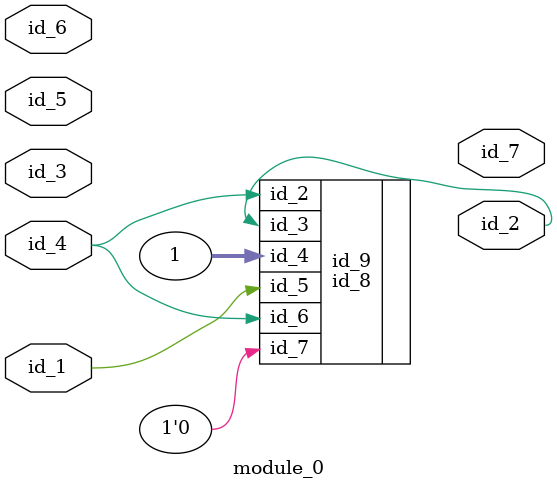
<source format=v>
module module_0 (
    id_1,
    id_2,
    id_3,
    id_4,
    id_5,
    id_6,
    id_7
);
  output id_7;
  input id_6;
  input id_5;
  input id_4;
  input id_3;
  output id_2;
  input id_1;
  id_8 id_9 (
      .id_4(1),
      .id_7(1'd0),
      .id_3(id_6),
      .id_5(id_6),
      .id_5(id_5),
      .id_2(id_4),
      .id_6(id_4),
      .id_5(id_1),
      .id_3(id_2)
  );
endmodule

</source>
